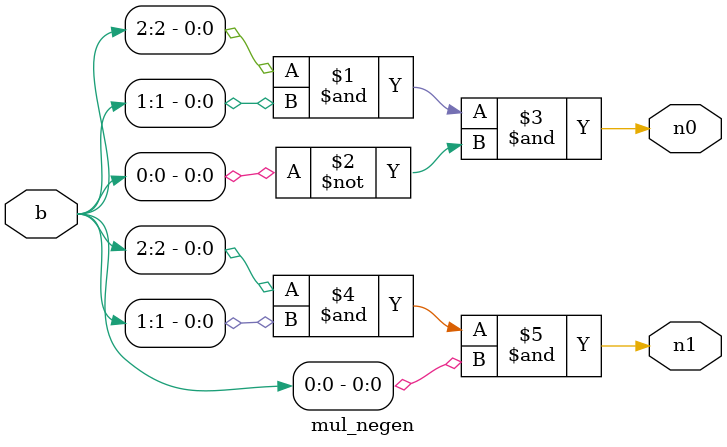
<source format=v>
module mul_negen ( n0, n1, b );
output  n0, n1;
input [2:0]  b;
assign n0 = b[2] & b[1] & ~b[0] ;
assign n1 = b[2] & b[1] & b[0] ;
endmodule
</source>
